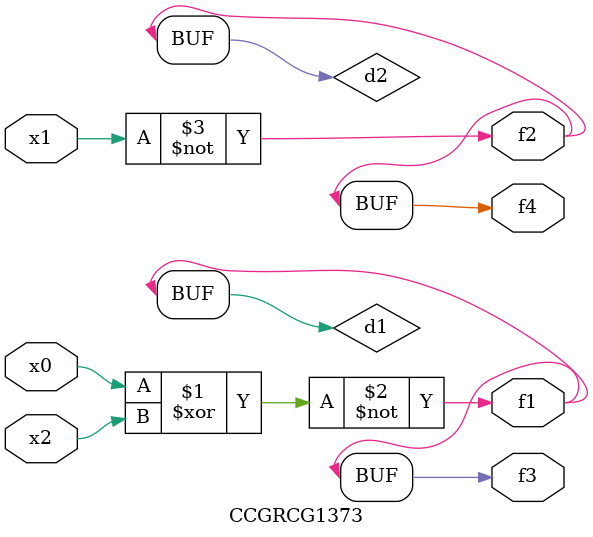
<source format=v>
module CCGRCG1373(
	input x0, x1, x2,
	output f1, f2, f3, f4
);

	wire d1, d2, d3;

	xnor (d1, x0, x2);
	nand (d2, x1);
	nor (d3, x1, x2);
	assign f1 = d1;
	assign f2 = d2;
	assign f3 = d1;
	assign f4 = d2;
endmodule

</source>
